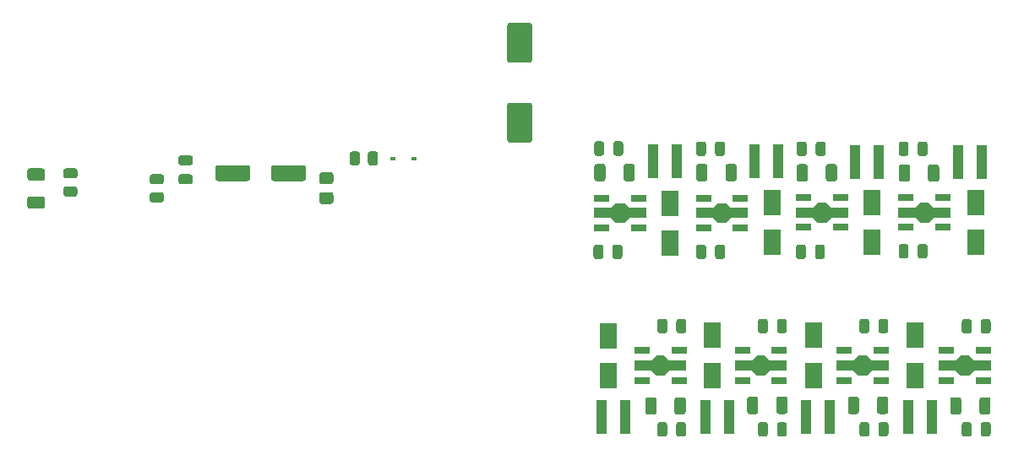
<source format=gtp>
G04 #@! TF.GenerationSoftware,KiCad,Pcbnew,5.1.11-e4df9d881f~92~ubuntu20.04.1*
G04 #@! TF.CreationDate,2021-11-03T00:14:50+01:00*
G04 #@! TF.ProjectId,CC dimmer low voltage,43432064-696d-46d6-9572-206c6f772076,0.97*
G04 #@! TF.SameCoordinates,Original*
G04 #@! TF.FileFunction,Paste,Top*
G04 #@! TF.FilePolarity,Positive*
%FSLAX46Y46*%
G04 Gerber Fmt 4.6, Leading zero omitted, Abs format (unit mm)*
G04 Created by KiCad (PCBNEW 5.1.11-e4df9d881f~92~ubuntu20.04.1) date 2021-11-03 00:14:50*
%MOMM*%
%LPD*%
G01*
G04 APERTURE LIST*
%ADD10R,0.980000X3.400000*%
%ADD11R,1.800000X2.500000*%
%ADD12R,0.600000X0.450000*%
%ADD13R,1.500000X0.700000*%
%ADD14C,0.150000*%
G04 APERTURE END LIST*
G36*
G01*
X167785200Y-76116200D02*
X167785200Y-75166200D01*
G75*
G02*
X168035200Y-74916200I250000J0D01*
G01*
X168535200Y-74916200D01*
G75*
G02*
X168785200Y-75166200I0J-250000D01*
G01*
X168785200Y-76116200D01*
G75*
G02*
X168535200Y-76366200I-250000J0D01*
G01*
X168035200Y-76366200D01*
G75*
G02*
X167785200Y-76116200I0J250000D01*
G01*
G37*
G36*
G01*
X165885200Y-76116200D02*
X165885200Y-75166200D01*
G75*
G02*
X166135200Y-74916200I250000J0D01*
G01*
X166635200Y-74916200D01*
G75*
G02*
X166885200Y-75166200I0J-250000D01*
G01*
X166885200Y-76116200D01*
G75*
G02*
X166635200Y-76366200I-250000J0D01*
G01*
X166135200Y-76366200D01*
G75*
G02*
X165885200Y-76116200I0J250000D01*
G01*
G37*
D10*
X166709000Y-92176600D03*
X169079000Y-92176600D03*
X177097600Y-92176600D03*
X179467600Y-92176600D03*
X187215600Y-92176600D03*
X189585600Y-92176600D03*
X197443000Y-92176600D03*
X199813000Y-92176600D03*
X204816800Y-66598800D03*
X202446800Y-66598800D03*
X194479000Y-66598800D03*
X192109000Y-66598800D03*
X184395200Y-66548000D03*
X182025200Y-66548000D03*
X174209800Y-66573400D03*
X171839800Y-66573400D03*
D11*
X198120000Y-84029800D03*
X198120000Y-88029800D03*
X177774600Y-88029800D03*
X177774600Y-84029800D03*
G36*
G01*
X168861400Y-64803000D02*
X168861400Y-65753000D01*
G75*
G02*
X168611400Y-66003000I-250000J0D01*
G01*
X168111400Y-66003000D01*
G75*
G02*
X167861400Y-65753000I0J250000D01*
G01*
X167861400Y-64803000D01*
G75*
G02*
X168111400Y-64553000I250000J0D01*
G01*
X168611400Y-64553000D01*
G75*
G02*
X168861400Y-64803000I0J-250000D01*
G01*
G37*
G36*
G01*
X166961400Y-64803000D02*
X166961400Y-65753000D01*
G75*
G02*
X166711400Y-66003000I-250000J0D01*
G01*
X166211400Y-66003000D01*
G75*
G02*
X165961400Y-65753000I0J250000D01*
G01*
X165961400Y-64803000D01*
G75*
G02*
X166211400Y-64553000I250000J0D01*
G01*
X166711400Y-64553000D01*
G75*
G02*
X166961400Y-64803000I0J-250000D01*
G01*
G37*
G36*
G01*
X176172200Y-76116200D02*
X176172200Y-75166200D01*
G75*
G02*
X176422200Y-74916200I250000J0D01*
G01*
X176922200Y-74916200D01*
G75*
G02*
X177172200Y-75166200I0J-250000D01*
G01*
X177172200Y-76116200D01*
G75*
G02*
X176922200Y-76366200I-250000J0D01*
G01*
X176422200Y-76366200D01*
G75*
G02*
X176172200Y-76116200I0J250000D01*
G01*
G37*
G36*
G01*
X178072200Y-76116200D02*
X178072200Y-75166200D01*
G75*
G02*
X178322200Y-74916200I250000J0D01*
G01*
X178822200Y-74916200D01*
G75*
G02*
X179072200Y-75166200I0J-250000D01*
G01*
X179072200Y-76116200D01*
G75*
G02*
X178822200Y-76366200I-250000J0D01*
G01*
X178322200Y-76366200D01*
G75*
G02*
X178072200Y-76116200I0J250000D01*
G01*
G37*
G36*
G01*
X176172200Y-65778400D02*
X176172200Y-64828400D01*
G75*
G02*
X176422200Y-64578400I250000J0D01*
G01*
X176922200Y-64578400D01*
G75*
G02*
X177172200Y-64828400I0J-250000D01*
G01*
X177172200Y-65778400D01*
G75*
G02*
X176922200Y-66028400I-250000J0D01*
G01*
X176422200Y-66028400D01*
G75*
G02*
X176172200Y-65778400I0J250000D01*
G01*
G37*
G36*
G01*
X178072200Y-65778400D02*
X178072200Y-64828400D01*
G75*
G02*
X178322200Y-64578400I250000J0D01*
G01*
X178822200Y-64578400D01*
G75*
G02*
X179072200Y-64828400I0J-250000D01*
G01*
X179072200Y-65778400D01*
G75*
G02*
X178822200Y-66028400I-250000J0D01*
G01*
X178322200Y-66028400D01*
G75*
G02*
X178072200Y-65778400I0J250000D01*
G01*
G37*
G36*
G01*
X186179800Y-76116200D02*
X186179800Y-75166200D01*
G75*
G02*
X186429800Y-74916200I250000J0D01*
G01*
X186929800Y-74916200D01*
G75*
G02*
X187179800Y-75166200I0J-250000D01*
G01*
X187179800Y-76116200D01*
G75*
G02*
X186929800Y-76366200I-250000J0D01*
G01*
X186429800Y-76366200D01*
G75*
G02*
X186179800Y-76116200I0J250000D01*
G01*
G37*
G36*
G01*
X188079800Y-76116200D02*
X188079800Y-75166200D01*
G75*
G02*
X188329800Y-74916200I250000J0D01*
G01*
X188829800Y-74916200D01*
G75*
G02*
X189079800Y-75166200I0J-250000D01*
G01*
X189079800Y-76116200D01*
G75*
G02*
X188829800Y-76366200I-250000J0D01*
G01*
X188329800Y-76366200D01*
G75*
G02*
X188079800Y-76116200I0J250000D01*
G01*
G37*
G36*
G01*
X188156000Y-65778400D02*
X188156000Y-64828400D01*
G75*
G02*
X188406000Y-64578400I250000J0D01*
G01*
X188906000Y-64578400D01*
G75*
G02*
X189156000Y-64828400I0J-250000D01*
G01*
X189156000Y-65778400D01*
G75*
G02*
X188906000Y-66028400I-250000J0D01*
G01*
X188406000Y-66028400D01*
G75*
G02*
X188156000Y-65778400I0J250000D01*
G01*
G37*
G36*
G01*
X186256000Y-65778400D02*
X186256000Y-64828400D01*
G75*
G02*
X186506000Y-64578400I250000J0D01*
G01*
X187006000Y-64578400D01*
G75*
G02*
X187256000Y-64828400I0J-250000D01*
G01*
X187256000Y-65778400D01*
G75*
G02*
X187006000Y-66028400I-250000J0D01*
G01*
X186506000Y-66028400D01*
G75*
G02*
X186256000Y-65778400I0J250000D01*
G01*
G37*
G36*
G01*
X198366800Y-76065400D02*
X198366800Y-75115400D01*
G75*
G02*
X198616800Y-74865400I250000J0D01*
G01*
X199116800Y-74865400D01*
G75*
G02*
X199366800Y-75115400I0J-250000D01*
G01*
X199366800Y-76065400D01*
G75*
G02*
X199116800Y-76315400I-250000J0D01*
G01*
X198616800Y-76315400D01*
G75*
G02*
X198366800Y-76065400I0J250000D01*
G01*
G37*
G36*
G01*
X196466800Y-76065400D02*
X196466800Y-75115400D01*
G75*
G02*
X196716800Y-74865400I250000J0D01*
G01*
X197216800Y-74865400D01*
G75*
G02*
X197466800Y-75115400I0J-250000D01*
G01*
X197466800Y-76065400D01*
G75*
G02*
X197216800Y-76315400I-250000J0D01*
G01*
X196716800Y-76315400D01*
G75*
G02*
X196466800Y-76065400I0J250000D01*
G01*
G37*
G36*
G01*
X196466800Y-65778400D02*
X196466800Y-64828400D01*
G75*
G02*
X196716800Y-64578400I250000J0D01*
G01*
X197216800Y-64578400D01*
G75*
G02*
X197466800Y-64828400I0J-250000D01*
G01*
X197466800Y-65778400D01*
G75*
G02*
X197216800Y-66028400I-250000J0D01*
G01*
X196716800Y-66028400D01*
G75*
G02*
X196466800Y-65778400I0J250000D01*
G01*
G37*
G36*
G01*
X198366800Y-65778400D02*
X198366800Y-64828400D01*
G75*
G02*
X198616800Y-64578400I250000J0D01*
G01*
X199116800Y-64578400D01*
G75*
G02*
X199366800Y-64828400I0J-250000D01*
G01*
X199366800Y-65778400D01*
G75*
G02*
X199116800Y-66028400I-250000J0D01*
G01*
X198616800Y-66028400D01*
G75*
G02*
X198366800Y-65778400I0J250000D01*
G01*
G37*
G36*
G01*
X203791400Y-82633800D02*
X203791400Y-83583800D01*
G75*
G02*
X203541400Y-83833800I-250000J0D01*
G01*
X203041400Y-83833800D01*
G75*
G02*
X202791400Y-83583800I0J250000D01*
G01*
X202791400Y-82633800D01*
G75*
G02*
X203041400Y-82383800I250000J0D01*
G01*
X203541400Y-82383800D01*
G75*
G02*
X203791400Y-82633800I0J-250000D01*
G01*
G37*
G36*
G01*
X205691400Y-82633800D02*
X205691400Y-83583800D01*
G75*
G02*
X205441400Y-83833800I-250000J0D01*
G01*
X204941400Y-83833800D01*
G75*
G02*
X204691400Y-83583800I0J250000D01*
G01*
X204691400Y-82633800D01*
G75*
G02*
X204941400Y-82383800I250000J0D01*
G01*
X205441400Y-82383800D01*
G75*
G02*
X205691400Y-82633800I0J-250000D01*
G01*
G37*
G36*
G01*
X202791400Y-93921600D02*
X202791400Y-92971600D01*
G75*
G02*
X203041400Y-92721600I250000J0D01*
G01*
X203541400Y-92721600D01*
G75*
G02*
X203791400Y-92971600I0J-250000D01*
G01*
X203791400Y-93921600D01*
G75*
G02*
X203541400Y-94171600I-250000J0D01*
G01*
X203041400Y-94171600D01*
G75*
G02*
X202791400Y-93921600I0J250000D01*
G01*
G37*
G36*
G01*
X204691400Y-93921600D02*
X204691400Y-92971600D01*
G75*
G02*
X204941400Y-92721600I250000J0D01*
G01*
X205441400Y-92721600D01*
G75*
G02*
X205691400Y-92971600I0J-250000D01*
G01*
X205691400Y-93921600D01*
G75*
G02*
X205441400Y-94171600I-250000J0D01*
G01*
X204941400Y-94171600D01*
G75*
G02*
X204691400Y-93921600I0J250000D01*
G01*
G37*
G36*
G01*
X193529800Y-82608400D02*
X193529800Y-83558400D01*
G75*
G02*
X193279800Y-83808400I-250000J0D01*
G01*
X192779800Y-83808400D01*
G75*
G02*
X192529800Y-83558400I0J250000D01*
G01*
X192529800Y-82608400D01*
G75*
G02*
X192779800Y-82358400I250000J0D01*
G01*
X193279800Y-82358400D01*
G75*
G02*
X193529800Y-82608400I0J-250000D01*
G01*
G37*
G36*
G01*
X195429800Y-82608400D02*
X195429800Y-83558400D01*
G75*
G02*
X195179800Y-83808400I-250000J0D01*
G01*
X194679800Y-83808400D01*
G75*
G02*
X194429800Y-83558400I0J250000D01*
G01*
X194429800Y-82608400D01*
G75*
G02*
X194679800Y-82358400I250000J0D01*
G01*
X195179800Y-82358400D01*
G75*
G02*
X195429800Y-82608400I0J-250000D01*
G01*
G37*
G36*
G01*
X193545000Y-92971600D02*
X193545000Y-93921600D01*
G75*
G02*
X193295000Y-94171600I-250000J0D01*
G01*
X192795000Y-94171600D01*
G75*
G02*
X192545000Y-93921600I0J250000D01*
G01*
X192545000Y-92971600D01*
G75*
G02*
X192795000Y-92721600I250000J0D01*
G01*
X193295000Y-92721600D01*
G75*
G02*
X193545000Y-92971600I0J-250000D01*
G01*
G37*
G36*
G01*
X195445000Y-92971600D02*
X195445000Y-93921600D01*
G75*
G02*
X195195000Y-94171600I-250000J0D01*
G01*
X194695000Y-94171600D01*
G75*
G02*
X194445000Y-93921600I0J250000D01*
G01*
X194445000Y-92971600D01*
G75*
G02*
X194695000Y-92721600I250000J0D01*
G01*
X195195000Y-92721600D01*
G75*
G02*
X195445000Y-92971600I0J-250000D01*
G01*
G37*
G36*
G01*
X185269800Y-82608400D02*
X185269800Y-83558400D01*
G75*
G02*
X185019800Y-83808400I-250000J0D01*
G01*
X184519800Y-83808400D01*
G75*
G02*
X184269800Y-83558400I0J250000D01*
G01*
X184269800Y-82608400D01*
G75*
G02*
X184519800Y-82358400I250000J0D01*
G01*
X185019800Y-82358400D01*
G75*
G02*
X185269800Y-82608400I0J-250000D01*
G01*
G37*
G36*
G01*
X183369800Y-82608400D02*
X183369800Y-83558400D01*
G75*
G02*
X183119800Y-83808400I-250000J0D01*
G01*
X182619800Y-83808400D01*
G75*
G02*
X182369800Y-83558400I0J250000D01*
G01*
X182369800Y-82608400D01*
G75*
G02*
X182619800Y-82358400I250000J0D01*
G01*
X183119800Y-82358400D01*
G75*
G02*
X183369800Y-82608400I0J-250000D01*
G01*
G37*
G36*
G01*
X184269800Y-93921600D02*
X184269800Y-92971600D01*
G75*
G02*
X184519800Y-92721600I250000J0D01*
G01*
X185019800Y-92721600D01*
G75*
G02*
X185269800Y-92971600I0J-250000D01*
G01*
X185269800Y-93921600D01*
G75*
G02*
X185019800Y-94171600I-250000J0D01*
G01*
X184519800Y-94171600D01*
G75*
G02*
X184269800Y-93921600I0J250000D01*
G01*
G37*
G36*
G01*
X182369800Y-93921600D02*
X182369800Y-92971600D01*
G75*
G02*
X182619800Y-92721600I250000J0D01*
G01*
X183119800Y-92721600D01*
G75*
G02*
X183369800Y-92971600I0J-250000D01*
G01*
X183369800Y-93921600D01*
G75*
G02*
X183119800Y-94171600I-250000J0D01*
G01*
X182619800Y-94171600D01*
G75*
G02*
X182369800Y-93921600I0J250000D01*
G01*
G37*
G36*
G01*
X173286000Y-82608400D02*
X173286000Y-83558400D01*
G75*
G02*
X173036000Y-83808400I-250000J0D01*
G01*
X172536000Y-83808400D01*
G75*
G02*
X172286000Y-83558400I0J250000D01*
G01*
X172286000Y-82608400D01*
G75*
G02*
X172536000Y-82358400I250000J0D01*
G01*
X173036000Y-82358400D01*
G75*
G02*
X173286000Y-82608400I0J-250000D01*
G01*
G37*
G36*
G01*
X175186000Y-82608400D02*
X175186000Y-83558400D01*
G75*
G02*
X174936000Y-83808400I-250000J0D01*
G01*
X174436000Y-83808400D01*
G75*
G02*
X174186000Y-83558400I0J250000D01*
G01*
X174186000Y-82608400D01*
G75*
G02*
X174436000Y-82358400I250000J0D01*
G01*
X174936000Y-82358400D01*
G75*
G02*
X175186000Y-82608400I0J-250000D01*
G01*
G37*
G36*
G01*
X175175800Y-92971600D02*
X175175800Y-93921600D01*
G75*
G02*
X174925800Y-94171600I-250000J0D01*
G01*
X174425800Y-94171600D01*
G75*
G02*
X174175800Y-93921600I0J250000D01*
G01*
X174175800Y-92971600D01*
G75*
G02*
X174425800Y-92721600I250000J0D01*
G01*
X174925800Y-92721600D01*
G75*
G02*
X175175800Y-92971600I0J-250000D01*
G01*
G37*
G36*
G01*
X173275800Y-92971600D02*
X173275800Y-93921600D01*
G75*
G02*
X173025800Y-94171600I-250000J0D01*
G01*
X172525800Y-94171600D01*
G75*
G02*
X172275800Y-93921600I0J250000D01*
G01*
X172275800Y-92971600D01*
G75*
G02*
X172525800Y-92721600I250000J0D01*
G01*
X173025800Y-92721600D01*
G75*
G02*
X173275800Y-92971600I0J-250000D01*
G01*
G37*
G36*
G01*
X159496000Y-64674000D02*
X157496000Y-64674000D01*
G75*
G02*
X157246000Y-64424000I0J250000D01*
G01*
X157246000Y-60924000D01*
G75*
G02*
X157496000Y-60674000I250000J0D01*
G01*
X159496000Y-60674000D01*
G75*
G02*
X159746000Y-60924000I0J-250000D01*
G01*
X159746000Y-64424000D01*
G75*
G02*
X159496000Y-64674000I-250000J0D01*
G01*
G37*
G36*
G01*
X159496000Y-56674000D02*
X157496000Y-56674000D01*
G75*
G02*
X157246000Y-56424000I0J250000D01*
G01*
X157246000Y-52924000D01*
G75*
G02*
X157496000Y-52674000I250000J0D01*
G01*
X159496000Y-52674000D01*
G75*
G02*
X159746000Y-52924000I0J-250000D01*
G01*
X159746000Y-56424000D01*
G75*
G02*
X159496000Y-56674000I-250000J0D01*
G01*
G37*
G36*
G01*
X137087200Y-67191800D02*
X137087200Y-68291800D01*
G75*
G02*
X136837200Y-68541800I-250000J0D01*
G01*
X133837200Y-68541800D01*
G75*
G02*
X133587200Y-68291800I0J250000D01*
G01*
X133587200Y-67191800D01*
G75*
G02*
X133837200Y-66941800I250000J0D01*
G01*
X136837200Y-66941800D01*
G75*
G02*
X137087200Y-67191800I0J-250000D01*
G01*
G37*
G36*
G01*
X131487200Y-67191800D02*
X131487200Y-68291800D01*
G75*
G02*
X131237200Y-68541800I-250000J0D01*
G01*
X128237200Y-68541800D01*
G75*
G02*
X127987200Y-68291800I0J250000D01*
G01*
X127987200Y-67191800D01*
G75*
G02*
X128237200Y-66941800I250000J0D01*
G01*
X131237200Y-66941800D01*
G75*
G02*
X131487200Y-67191800I0J-250000D01*
G01*
G37*
G36*
G01*
X125493800Y-68861600D02*
X124543800Y-68861600D01*
G75*
G02*
X124293800Y-68611600I0J250000D01*
G01*
X124293800Y-68111600D01*
G75*
G02*
X124543800Y-67861600I250000J0D01*
G01*
X125493800Y-67861600D01*
G75*
G02*
X125743800Y-68111600I0J-250000D01*
G01*
X125743800Y-68611600D01*
G75*
G02*
X125493800Y-68861600I-250000J0D01*
G01*
G37*
G36*
G01*
X125493800Y-66961600D02*
X124543800Y-66961600D01*
G75*
G02*
X124293800Y-66711600I0J250000D01*
G01*
X124293800Y-66211600D01*
G75*
G02*
X124543800Y-65961600I250000J0D01*
G01*
X125493800Y-65961600D01*
G75*
G02*
X125743800Y-66211600I0J-250000D01*
G01*
X125743800Y-66711600D01*
G75*
G02*
X125493800Y-66961600I-250000J0D01*
G01*
G37*
X173532800Y-74745600D03*
X173532800Y-70745600D03*
X183769000Y-74720200D03*
X183769000Y-70720200D03*
X193776600Y-74694800D03*
X193776600Y-70694800D03*
X204165200Y-70720200D03*
X204165200Y-74720200D03*
X187909200Y-88029800D03*
X187909200Y-84029800D03*
X167386000Y-88055200D03*
X167386000Y-84055200D03*
D12*
X147887400Y-66268600D03*
X145787400Y-66268600D03*
G36*
G01*
X110657800Y-71316200D02*
X109407800Y-71316200D01*
G75*
G02*
X109157800Y-71066200I0J250000D01*
G01*
X109157800Y-70316200D01*
G75*
G02*
X109407800Y-70066200I250000J0D01*
G01*
X110657800Y-70066200D01*
G75*
G02*
X110907800Y-70316200I0J-250000D01*
G01*
X110907800Y-71066200D01*
G75*
G02*
X110657800Y-71316200I-250000J0D01*
G01*
G37*
G36*
G01*
X110657800Y-68516200D02*
X109407800Y-68516200D01*
G75*
G02*
X109157800Y-68266200I0J250000D01*
G01*
X109157800Y-67516200D01*
G75*
G02*
X109407800Y-67266200I250000J0D01*
G01*
X110657800Y-67266200D01*
G75*
G02*
X110907800Y-67516200I0J-250000D01*
G01*
X110907800Y-68266200D01*
G75*
G02*
X110657800Y-68516200I-250000J0D01*
G01*
G37*
G36*
G01*
X138665799Y-67656400D02*
X139565801Y-67656400D01*
G75*
G02*
X139815800Y-67906399I0J-249999D01*
G01*
X139815800Y-68606401D01*
G75*
G02*
X139565801Y-68856400I-249999J0D01*
G01*
X138665799Y-68856400D01*
G75*
G02*
X138415800Y-68606401I0J249999D01*
G01*
X138415800Y-67906399D01*
G75*
G02*
X138665799Y-67656400I249999J0D01*
G01*
G37*
G36*
G01*
X138665799Y-69656400D02*
X139565801Y-69656400D01*
G75*
G02*
X139815800Y-69906399I0J-249999D01*
G01*
X139815800Y-70606401D01*
G75*
G02*
X139565801Y-70856400I-249999J0D01*
G01*
X138665799Y-70856400D01*
G75*
G02*
X138415800Y-70606401I0J249999D01*
G01*
X138415800Y-69906399D01*
G75*
G02*
X138665799Y-69656400I249999J0D01*
G01*
G37*
G36*
G01*
X165970600Y-68316003D02*
X165970600Y-67065997D01*
G75*
G02*
X166220597Y-66816000I249997J0D01*
G01*
X166845603Y-66816000D01*
G75*
G02*
X167095600Y-67065997I0J-249997D01*
G01*
X167095600Y-68316003D01*
G75*
G02*
X166845603Y-68566000I-249997J0D01*
G01*
X166220597Y-68566000D01*
G75*
G02*
X165970600Y-68316003I0J249997D01*
G01*
G37*
G36*
G01*
X168895600Y-68316003D02*
X168895600Y-67065997D01*
G75*
G02*
X169145597Y-66816000I249997J0D01*
G01*
X169770603Y-66816000D01*
G75*
G02*
X170020600Y-67065997I0J-249997D01*
G01*
X170020600Y-68316003D01*
G75*
G02*
X169770603Y-68566000I-249997J0D01*
G01*
X169145597Y-68566000D01*
G75*
G02*
X168895600Y-68316003I0J249997D01*
G01*
G37*
G36*
G01*
X179106400Y-68316003D02*
X179106400Y-67065997D01*
G75*
G02*
X179356397Y-66816000I249997J0D01*
G01*
X179981403Y-66816000D01*
G75*
G02*
X180231400Y-67065997I0J-249997D01*
G01*
X180231400Y-68316003D01*
G75*
G02*
X179981403Y-68566000I-249997J0D01*
G01*
X179356397Y-68566000D01*
G75*
G02*
X179106400Y-68316003I0J249997D01*
G01*
G37*
G36*
G01*
X176181400Y-68316003D02*
X176181400Y-67065997D01*
G75*
G02*
X176431397Y-66816000I249997J0D01*
G01*
X177056403Y-66816000D01*
G75*
G02*
X177306400Y-67065997I0J-249997D01*
G01*
X177306400Y-68316003D01*
G75*
G02*
X177056403Y-68566000I-249997J0D01*
G01*
X176431397Y-68566000D01*
G75*
G02*
X176181400Y-68316003I0J249997D01*
G01*
G37*
G36*
G01*
X189164800Y-68341403D02*
X189164800Y-67091397D01*
G75*
G02*
X189414797Y-66841400I249997J0D01*
G01*
X190039803Y-66841400D01*
G75*
G02*
X190289800Y-67091397I0J-249997D01*
G01*
X190289800Y-68341403D01*
G75*
G02*
X190039803Y-68591400I-249997J0D01*
G01*
X189414797Y-68591400D01*
G75*
G02*
X189164800Y-68341403I0J249997D01*
G01*
G37*
G36*
G01*
X186239800Y-68341403D02*
X186239800Y-67091397D01*
G75*
G02*
X186489797Y-66841400I249997J0D01*
G01*
X187114803Y-66841400D01*
G75*
G02*
X187364800Y-67091397I0J-249997D01*
G01*
X187364800Y-68341403D01*
G75*
G02*
X187114803Y-68591400I-249997J0D01*
G01*
X186489797Y-68591400D01*
G75*
G02*
X186239800Y-68341403I0J249997D01*
G01*
G37*
G36*
G01*
X196476000Y-68366803D02*
X196476000Y-67116797D01*
G75*
G02*
X196725997Y-66866800I249997J0D01*
G01*
X197351003Y-66866800D01*
G75*
G02*
X197601000Y-67116797I0J-249997D01*
G01*
X197601000Y-68366803D01*
G75*
G02*
X197351003Y-68616800I-249997J0D01*
G01*
X196725997Y-68616800D01*
G75*
G02*
X196476000Y-68366803I0J249997D01*
G01*
G37*
G36*
G01*
X199401000Y-68366803D02*
X199401000Y-67116797D01*
G75*
G02*
X199650997Y-66866800I249997J0D01*
G01*
X200276003Y-66866800D01*
G75*
G02*
X200526000Y-67116797I0J-249997D01*
G01*
X200526000Y-68366803D01*
G75*
G02*
X200276003Y-68616800I-249997J0D01*
G01*
X199650997Y-68616800D01*
G75*
G02*
X199401000Y-68366803I0J249997D01*
G01*
G37*
G36*
G01*
X202752000Y-90469997D02*
X202752000Y-91720003D01*
G75*
G02*
X202502003Y-91970000I-249997J0D01*
G01*
X201876997Y-91970000D01*
G75*
G02*
X201627000Y-91720003I0J249997D01*
G01*
X201627000Y-90469997D01*
G75*
G02*
X201876997Y-90220000I249997J0D01*
G01*
X202502003Y-90220000D01*
G75*
G02*
X202752000Y-90469997I0J-249997D01*
G01*
G37*
G36*
G01*
X205677000Y-90469997D02*
X205677000Y-91720003D01*
G75*
G02*
X205427003Y-91970000I-249997J0D01*
G01*
X204801997Y-91970000D01*
G75*
G02*
X204552000Y-91720003I0J249997D01*
G01*
X204552000Y-90469997D01*
G75*
G02*
X204801997Y-90220000I249997J0D01*
G01*
X205427003Y-90220000D01*
G75*
G02*
X205677000Y-90469997I0J-249997D01*
G01*
G37*
G36*
G01*
X195431300Y-90408597D02*
X195431300Y-91658603D01*
G75*
G02*
X195181303Y-91908600I-249997J0D01*
G01*
X194556297Y-91908600D01*
G75*
G02*
X194306300Y-91658603I0J249997D01*
G01*
X194306300Y-90408597D01*
G75*
G02*
X194556297Y-90158600I249997J0D01*
G01*
X195181303Y-90158600D01*
G75*
G02*
X195431300Y-90408597I0J-249997D01*
G01*
G37*
G36*
G01*
X192506300Y-90408597D02*
X192506300Y-91658603D01*
G75*
G02*
X192256303Y-91908600I-249997J0D01*
G01*
X191631297Y-91908600D01*
G75*
G02*
X191381300Y-91658603I0J249997D01*
G01*
X191381300Y-90408597D01*
G75*
G02*
X191631297Y-90158600I249997J0D01*
G01*
X192256303Y-90158600D01*
G75*
G02*
X192506300Y-90408597I0J-249997D01*
G01*
G37*
G36*
G01*
X182402000Y-90408597D02*
X182402000Y-91658603D01*
G75*
G02*
X182152003Y-91908600I-249997J0D01*
G01*
X181526997Y-91908600D01*
G75*
G02*
X181277000Y-91658603I0J249997D01*
G01*
X181277000Y-90408597D01*
G75*
G02*
X181526997Y-90158600I249997J0D01*
G01*
X182152003Y-90158600D01*
G75*
G02*
X182402000Y-90408597I0J-249997D01*
G01*
G37*
G36*
G01*
X185327000Y-90408597D02*
X185327000Y-91658603D01*
G75*
G02*
X185077003Y-91908600I-249997J0D01*
G01*
X184451997Y-91908600D01*
G75*
G02*
X184202000Y-91658603I0J249997D01*
G01*
X184202000Y-90408597D01*
G75*
G02*
X184451997Y-90158600I249997J0D01*
G01*
X185077003Y-90158600D01*
G75*
G02*
X185327000Y-90408597I0J-249997D01*
G01*
G37*
G36*
G01*
X175127000Y-90469997D02*
X175127000Y-91720003D01*
G75*
G02*
X174877003Y-91970000I-249997J0D01*
G01*
X174251997Y-91970000D01*
G75*
G02*
X174002000Y-91720003I0J249997D01*
G01*
X174002000Y-90469997D01*
G75*
G02*
X174251997Y-90220000I249997J0D01*
G01*
X174877003Y-90220000D01*
G75*
G02*
X175127000Y-90469997I0J-249997D01*
G01*
G37*
G36*
G01*
X172202000Y-90469997D02*
X172202000Y-91720003D01*
G75*
G02*
X171952003Y-91970000I-249997J0D01*
G01*
X171326997Y-91970000D01*
G75*
G02*
X171077000Y-91720003I0J249997D01*
G01*
X171077000Y-90469997D01*
G75*
G02*
X171326997Y-90220000I249997J0D01*
G01*
X171952003Y-90220000D01*
G75*
G02*
X172202000Y-90469997I0J-249997D01*
G01*
G37*
G36*
G01*
X121673198Y-67840800D02*
X122573202Y-67840800D01*
G75*
G02*
X122823200Y-68090798I0J-249998D01*
G01*
X122823200Y-68615802D01*
G75*
G02*
X122573202Y-68865800I-249998J0D01*
G01*
X121673198Y-68865800D01*
G75*
G02*
X121423200Y-68615802I0J249998D01*
G01*
X121423200Y-68090798D01*
G75*
G02*
X121673198Y-67840800I249998J0D01*
G01*
G37*
G36*
G01*
X121673198Y-69665800D02*
X122573202Y-69665800D01*
G75*
G02*
X122823200Y-69915798I0J-249998D01*
G01*
X122823200Y-70440802D01*
G75*
G02*
X122573202Y-70690800I-249998J0D01*
G01*
X121673198Y-70690800D01*
G75*
G02*
X121423200Y-70440802I0J249998D01*
G01*
X121423200Y-69915798D01*
G75*
G02*
X121673198Y-69665800I249998J0D01*
G01*
G37*
G36*
G01*
X142475000Y-65818598D02*
X142475000Y-66718602D01*
G75*
G02*
X142225002Y-66968600I-249998J0D01*
G01*
X141699998Y-66968600D01*
G75*
G02*
X141450000Y-66718602I0J249998D01*
G01*
X141450000Y-65818598D01*
G75*
G02*
X141699998Y-65568600I249998J0D01*
G01*
X142225002Y-65568600D01*
G75*
G02*
X142475000Y-65818598I0J-249998D01*
G01*
G37*
G36*
G01*
X144300000Y-65818598D02*
X144300000Y-66718602D01*
G75*
G02*
X144050002Y-66968600I-249998J0D01*
G01*
X143524998Y-66968600D01*
G75*
G02*
X143275000Y-66718602I0J249998D01*
G01*
X143275000Y-65818598D01*
G75*
G02*
X143524998Y-65568600I249998J0D01*
G01*
X144050002Y-65568600D01*
G75*
G02*
X144300000Y-65818598I0J-249998D01*
G01*
G37*
G36*
G01*
X113911802Y-70106600D02*
X113011798Y-70106600D01*
G75*
G02*
X112761800Y-69856602I0J249998D01*
G01*
X112761800Y-69331598D01*
G75*
G02*
X113011798Y-69081600I249998J0D01*
G01*
X113911802Y-69081600D01*
G75*
G02*
X114161800Y-69331598I0J-249998D01*
G01*
X114161800Y-69856602D01*
G75*
G02*
X113911802Y-70106600I-249998J0D01*
G01*
G37*
G36*
G01*
X113911802Y-68281600D02*
X113011798Y-68281600D01*
G75*
G02*
X112761800Y-68031602I0J249998D01*
G01*
X112761800Y-67506598D01*
G75*
G02*
X113011798Y-67256600I249998J0D01*
G01*
X113911802Y-67256600D01*
G75*
G02*
X114161800Y-67506598I0J-249998D01*
G01*
X114161800Y-68031602D01*
G75*
G02*
X113911802Y-68281600I-249998J0D01*
G01*
G37*
D13*
X166702000Y-73245000D03*
X166702000Y-70245000D03*
X170402000Y-73245000D03*
X170402000Y-70245000D03*
D14*
G36*
X167652000Y-72245000D02*
G01*
X165952000Y-72245000D01*
X165952000Y-71245000D01*
X167652000Y-71245000D01*
X168152000Y-70745000D01*
X168952000Y-70745000D01*
X169452000Y-71245000D01*
X171152000Y-71245000D01*
X171152000Y-72245000D01*
X169452000Y-72245000D01*
X168952000Y-72745000D01*
X168152000Y-72745000D01*
X167652000Y-72245000D01*
G37*
D13*
X176902000Y-73245000D03*
X176902000Y-70245000D03*
X180602000Y-73245000D03*
X180602000Y-70245000D03*
D14*
G36*
X177852000Y-72245000D02*
G01*
X176152000Y-72245000D01*
X176152000Y-71245000D01*
X177852000Y-71245000D01*
X178352000Y-70745000D01*
X179152000Y-70745000D01*
X179652000Y-71245000D01*
X181352000Y-71245000D01*
X181352000Y-72245000D01*
X179652000Y-72245000D01*
X179152000Y-72745000D01*
X178352000Y-72745000D01*
X177852000Y-72245000D01*
G37*
G36*
X187902000Y-72195000D02*
G01*
X186202000Y-72195000D01*
X186202000Y-71195000D01*
X187902000Y-71195000D01*
X188402000Y-70695000D01*
X189202000Y-70695000D01*
X189702000Y-71195000D01*
X191402000Y-71195000D01*
X191402000Y-72195000D01*
X189702000Y-72195000D01*
X189202000Y-72695000D01*
X188402000Y-72695000D01*
X187902000Y-72195000D01*
G37*
D13*
X190652000Y-70195000D03*
X190652000Y-73195000D03*
X186952000Y-70195000D03*
X186952000Y-73195000D03*
D14*
G36*
X198152000Y-72195000D02*
G01*
X196452000Y-72195000D01*
X196452000Y-71195000D01*
X198152000Y-71195000D01*
X198652000Y-70695000D01*
X199452000Y-70695000D01*
X199952000Y-71195000D01*
X201652000Y-71195000D01*
X201652000Y-72195000D01*
X199952000Y-72195000D01*
X199452000Y-72695000D01*
X198652000Y-72695000D01*
X198152000Y-72195000D01*
G37*
D13*
X200902000Y-70195000D03*
X200902000Y-73195000D03*
X197202000Y-70195000D03*
X197202000Y-73195000D03*
D14*
G36*
X204002000Y-86545000D02*
G01*
X205702000Y-86545000D01*
X205702000Y-87545000D01*
X204002000Y-87545000D01*
X203502000Y-88045000D01*
X202702000Y-88045000D01*
X202202000Y-87545000D01*
X200502000Y-87545000D01*
X200502000Y-86545000D01*
X202202000Y-86545000D01*
X202702000Y-86045000D01*
X203502000Y-86045000D01*
X204002000Y-86545000D01*
G37*
D13*
X201252000Y-88545000D03*
X201252000Y-85545000D03*
X204952000Y-88545000D03*
X204952000Y-85545000D03*
D14*
G36*
X193752000Y-86545000D02*
G01*
X195452000Y-86545000D01*
X195452000Y-87545000D01*
X193752000Y-87545000D01*
X193252000Y-88045000D01*
X192452000Y-88045000D01*
X191952000Y-87545000D01*
X190252000Y-87545000D01*
X190252000Y-86545000D01*
X191952000Y-86545000D01*
X192452000Y-86045000D01*
X193252000Y-86045000D01*
X193752000Y-86545000D01*
G37*
D13*
X191002000Y-88545000D03*
X191002000Y-85545000D03*
X194702000Y-88545000D03*
X194702000Y-85545000D03*
X184502000Y-85545000D03*
X184502000Y-88545000D03*
X180802000Y-85545000D03*
X180802000Y-88545000D03*
D14*
G36*
X183552000Y-86545000D02*
G01*
X185252000Y-86545000D01*
X185252000Y-87545000D01*
X183552000Y-87545000D01*
X183052000Y-88045000D01*
X182252000Y-88045000D01*
X181752000Y-87545000D01*
X180052000Y-87545000D01*
X180052000Y-86545000D01*
X181752000Y-86545000D01*
X182252000Y-86045000D01*
X183052000Y-86045000D01*
X183552000Y-86545000D01*
G37*
D13*
X174452000Y-85545000D03*
X174452000Y-88545000D03*
X170752000Y-85545000D03*
X170752000Y-88545000D03*
D14*
G36*
X173502000Y-86545000D02*
G01*
X175202000Y-86545000D01*
X175202000Y-87545000D01*
X173502000Y-87545000D01*
X173002000Y-88045000D01*
X172202000Y-88045000D01*
X171702000Y-87545000D01*
X170002000Y-87545000D01*
X170002000Y-86545000D01*
X171702000Y-86545000D01*
X172202000Y-86045000D01*
X173002000Y-86045000D01*
X173502000Y-86545000D01*
G37*
M02*

</source>
